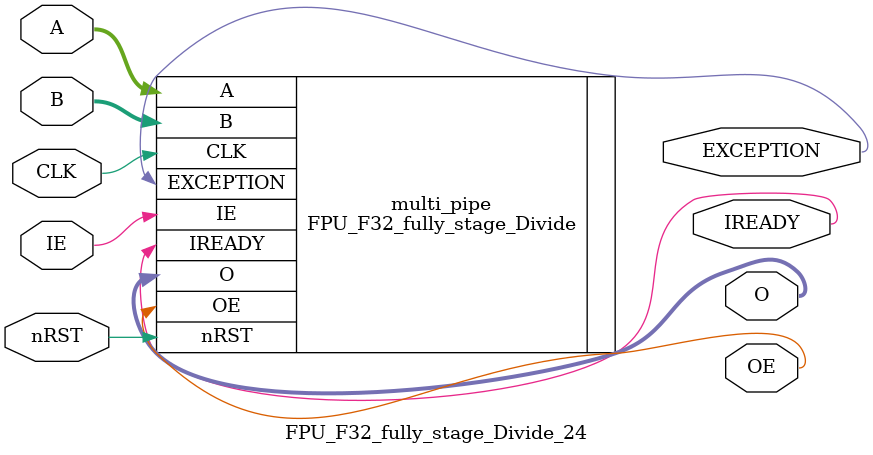
<source format=v>
`include "testdrive_system.vh"

module FPU_F32_fully_stage_Divide_24 (
		input					CLK,		// clock
		input					nRST,		// reset (active low)
		input					IE,			// input enable
		output					IREADY,		// input ready
		input	[31:0]			A,			// A
		input	[31:0]			B,			// B
		output					OE,			// output enable
		output					EXCEPTION,	// EXCEPTION
		output	[31:0]			O			// output
	);

	// definition & assignment ---------------------------------------------------

	// implementation ------------------------------------------------------------
	FPU_F32_fully_stage_Divide #(
		.CYCLE		(24)
	) multi_pipe (
		.CLK		(CLK),
		.nRST		(nRST),
		.IE			(IE),
		.IREADY		(IREADY),
		.A			(A),
		.B			(B),
		.OE			(OE),
		.EXCEPTION	(EXCEPTION),
		.O			(O)
	);

endmodule

</source>
